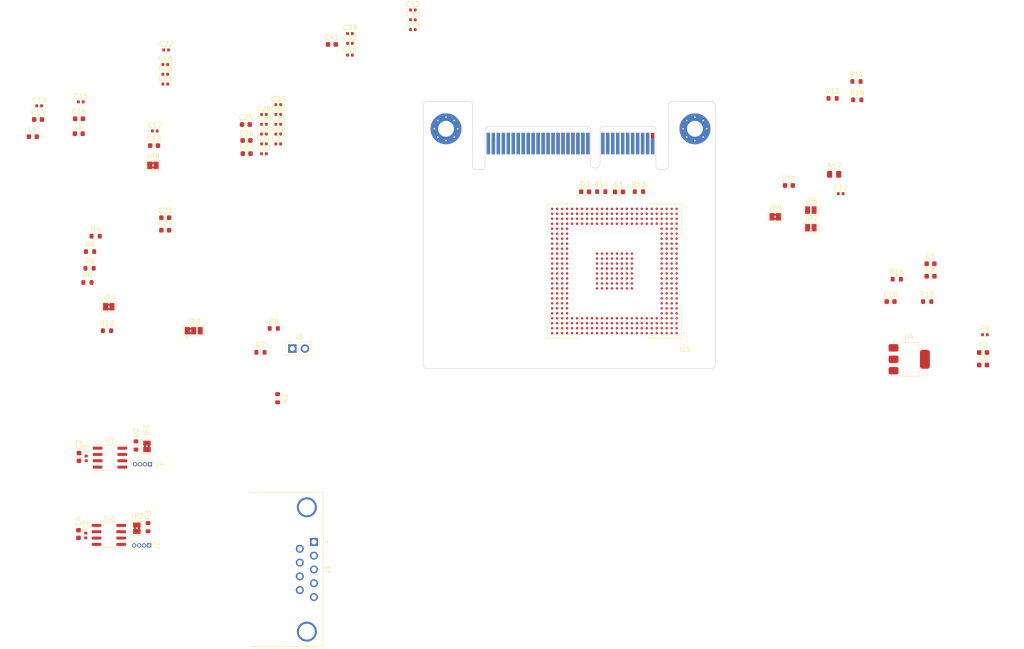
<source format=kicad_pcb>
(kicad_pcb (version 20240108) (generator "pcbnew") (generator_version "8.0")
  (layers (0 "F.Cu" signal) (31 "B.Cu" signal) (34 "B.Paste" user) (35 "F.Paste" user) (36 "B.SilkS" user "B.Silkscreen") (37 "F.SilkS" user "F.Silkscreen") (38 "B.Mask" user) (39 "F.Mask" user) (44 "Edge.Cuts" user))
  (net 0 "")
  (net 1 "GND")
  (net 2 "VCCIO")
  (net 3 "VCCINT")
  (net 4 "Net-(U4-ADJ{slash}GND)")
  (net 5 "Net-(C11-Pad2)")
  (net 6 "Net-(U3C-VDDA_A0)")
  (net 7 "Net-(U3C-VDDA_B0)")
  (net 8 "Net-(U3C-REF-BYPCB)")
  (net 9 "Net-(U3C-REF-BYPCB1)")
  (net 10 "Net-(U3C-REF-BYPCA1)")
  (net 11 "Net-(U3C-REF-BYPCA)")
  (net 12 "+5V")
  (net 13 "VCCINT_SHUNTLOW")
  (net 14 "Net-(D1-Pad1)")
  (net 15 "Net-(D2-Pad1)")
  (net 17 "Net-(U1-CANL)")
  (net 18 "Net-(U1-CANH)")
  (net 20 "Net-(J1-Pad0)")
  (net 25 "Net-(U2-CANH)")
  (net 26 "Net-(U2-CANL)")
  (net 28 "Net-(J3-Pad2)")
  (net 30 "Net-(JP1-Pad2)")
  (net 31 "Net-(JP2-Pad2)")
  (net 32 "Net-(U3E-PLLCFG2)")
  (net 33 "Net-(U3E-TEST)")
  (net 34 "/CW312T-Connector/FILT_HP")
  (net 35 "Net-(P1-FILTIN)")
  (net 36 "Net-(U3C-VSSFL)")
  (net 39 "/CW312T-Connector/TDI")
  (net 41 "/CW312T-Connector/LED1")
  (net 42 "/CW312T-Connector/TCK")
  (net 45 "/CW312T-Connector/nRST")
  (net 47 "/CW312T-Connector/BOOTCFG1")
  (net 48 "/CPU IO Bank 2/GPIO3")
  (net 49 "Net-(P1-GPIO1{slash}TX)")
  (net 51 "/CW312T-Connector/TDO")
  (net 53 "/CPU IO Bank 2/CS")
  (net 54 "Net-(P1-GPIO2{slash}RX)")
  (net 55 "/CW312T-Connector/EVTI")
  (net 56 "/CPU IO Bank 2/HDR6")
  (net 57 "/CPU IO Bank 2/GPIO4")
  (net 64 "/CPU IO Bank 2/MOSI")
  (net 65 "/CW312T-Connector/CLKIN")
  (net 67 "/CPU IO Bank 2/SCK")
  (net 71 "/CPU IO Bank 2/MISO")
  (net 72 "/CW312T-Connector/JCOMP")
  (net 77 "/CW312T-Connector/TMS")
  (net 78 "Net-(U3E-EXTAL)")
  (net 79 "Net-(U3E-ENGCLK)")
  (net 80 "/CPU IO Bank 2/UART_TX")
  (net 81 "/CPU IO Bank 2/LED_CLKOK")
  (net 82 "/CPU IO Bank 2/LED_BLOAD")
  (net 83 "/CPU IO Bank 2/UART_RX")
  (net 86 "/CPU IO Bank 2/CANATX")
  (net 87 "/CPU IO Bank 2/CANARX")
  (net 88 "/CPU IO Bank 2/CANBTX")
  (net 90 "/CPU IO Bank 2/CANBRX")
  (footprint "Jumper:SolderJumper-3_P1.3mm_Bridged2Bar12_Pad1.0x1.5mm" (layer "F.Cu") (at 41.35 92.5075)
    (property "Reference" "JP3")
    (property "Value" "~")
  )
  (footprint "Package_TO_SOT_SMD:SOT-223" (layer "F.Cu") (at 185.07 98.245)
    (property "Reference" "U4")
    (property "Value" "LD1117STR")
  )
  (footprint "Capacitor_SMD:C_0402_1005Metric" (layer "F.Cu") (at 72.725 32.76)
    (property "Reference" "C39")
    (property "Value" "CAP_100n_16V_0402")
  )
  (footprint "Connector_Dsub:DSUB-9_Male_Horizontal_P2.77x2.84mm_EdgePinOffset9.90mm_Housed_MountingHolesOffset11.32mm" (layer "F.Cu") (at 65.495 134.96 -90)
    (property "Reference" "J1")
    (property "Value" "DRB09P11G1R")
  )
  (footprint "Capacitor_SMD:C_0402_1005Metric" (layer "F.Cu") (at 72.725 34.73)
    (property "Reference" "C40")
    (property "Value" "CAP_100n_16V_0402")
  )
  (footprint "Resistor_SMD:R_0603_1608Metric" (layer "F.Cu") (at 32.175 132.005 -90)
    (property "Reference" "R3")
    (property "Value" "RES_120R_0603")
  )
  (footprint "Capacitor_SMD:C_0402_1005Metric" (layer "F.Cu") (at 85.37 28.03)
    (property "Reference" "C42")
    (property "Value" "CAP_DNM_0402")
  )
  (footprint "Jumper:SolderJumper-2_P1.3mm_Bridged2Bar_Pad1.0x1.5mm" (layer "F.Cu") (at 24.285 87.68)
    (property "Reference" "JP4")
    (property "Value" "~")
  )
  (footprint "Capacitor_SMD:C_0603_1608Metric" (layer "F.Cu") (at 189.35 79.04)
    (property "Reference" "C5")
    (property "Value" "CAP_2u2_10V_0603")
  )
  (footprint "Capacitor_SMD:C_0402_1005Metric" (layer "F.Cu") (at 33.52 52.35)
    (property "Reference" "C17")
    (property "Value" "CAP_100n_16V_0402")
  )
  (footprint "Capacitor_SMD:C_0603_1608Metric" (layer "F.Cu") (at 69.1 34.95)
    (property "Reference" "C41")
    (property "Value" "CAP_2u2_10V_0603")
  )
  (footprint "Capacitor_SMD:C_0603_1608Metric" (layer "F.Cu") (at 199.9 96.89)
    (property "Reference" "C7")
    (property "Value" "CAP_2u2_10V_0603")
  )
  (footprint "Capacitor_SMD:C_0603_1608Metric" (layer "F.Cu") (at 181.325 86.65)
    (property "Reference" "C10")
    (property "Value" "CAP_2u2_10V_0603")
  )
  (footprint "Resistor_SMD:R_0603_1608Metric" (layer "F.Cu") (at 23.925 92.5)
    (property "Reference" "R10")
    (property "Value" "RES_10k_0603")
  )
  (footprint "Capacitor_SMD:C_0402_1005Metric" (layer "F.Cu") (at 58.32 49.04)
    (property "Reference" "C34")
    (property "Value" "CAP_100n_16V_0402")
  )
  (footprint "Capacitor_SMD:C_0402_1005Metric" (layer "F.Cu") (at 35.63 40.95)
    (property "Reference" "C20")
    (property "Value" "CAP_100n_16V_0402")
  )
  (footprint "Capacitor_SMD:C_0402_1005Metric" (layer "F.Cu") (at 35.81 36.07)
    (property "Reference" "C22")
    (property "Value" "CAP_100n_16V_0402")
  )
  (footprint "Capacitor_SMD:C_0402_1005Metric" (layer "F.Cu") (at 35.63 42.92)
    (property "Reference" "C21")
    (property "Value" "CAP_100n_16V_0402")
  )
  (footprint "Capacitor_SMD:C_0603_1608Metric" (layer "F.Cu") (at 33.375 55.3)
    (property "Reference" "C18")
    (property "Value" "CAP_2u2_10V_0603")
  )
  (footprint "Capacitor_SMD:C_0402_1005Metric" (layer "F.Cu") (at 58.32 54.95)
    (property "Reference" "C37")
    (property "Value" "CAP_100n_16V_0402")
  )
  (footprint "Capacitor_SMD:C_0603_1608Metric" (layer "F.Cu") (at 199.9 99.4)
    (property "Reference" "C8")
    (property "Value" "CAP_2u2_10V_0603")
  )
  (footprint "LED_SMD:LED_0603_1608Metric" (layer "F.Cu") (at 119.965 64.57)
    (property "Reference" "D2")
    (property "Value" "APT1608SRCPRV")
  )
  (footprint "Capacitor_SMD:C_0603_1608Metric" (layer "F.Cu") (at 51.825 51.05)
    (property "Reference" "C25")
    (property "Value" "CAP_2u2_10V_0603")
  )
  (footprint "Resistor_SMD:R_0603_1608Metric" (layer "F.Cu") (at 174.475 42.4)
    (property "Reference" "R11")
    (property "Value" "RES_10k_0603")
  )
  (footprint "Capacitor_SMD:C_0402_1005Metric" (layer "F.Cu") (at 58.32 52.98)
    (property "Reference" "C36")
    (property "Value" "CAP_100n_16V_0402")
  )
  (footprint "Jumper:SolderJumper-2_P1.3mm_Bridged2Bar_Pad1.0x1.5mm" (layer "F.Cu") (at 29.925 132.205001 90)
    (property "Reference" "JP2")
    (property "Value" "~")
  )
  (footprint "Capacitor_SMD:C_0402_1005Metric" (layer "F.Cu") (at 55.45 56.92)
    (property "Reference" "C32")
    (property "Value" "CAP_100n_16V_0402")
  )
  (footprint "Inductor_SMD:L_0603_1608Metric" (layer "F.Cu") (at 9.025 53.5)
    (property "Reference" "L1")
    (property "Value" "IND_1K_0603")
  )
  (footprint "Jumper:SolderJumper-2_P1.3mm_Bridged2Bar_Pad1.0x1.5mm" (layer "F.Cu") (at 158.15 69.6)
    (property "Reference" "JP5")
    (property "Value" "~")
  )
  (footprint "Inductor_SMD:L_0603_1608Metric" (layer "F.Cu") (at 18.25 52.9)
    (property "Reference" "L2")
    (property "Value" "IND_1K_0603")
  )
  (footprint "Capacitor_SMD:C_0603_1608Metric" (layer "F.Cu") (at 18.2 133.374999 -90)
    (property "Reference" "C4")
    (property "Value" "CAP_2u2_10V_0603")
  )
  (footprint "Resistor_SMD:R_0603_1608Metric" (layer "F.Cu") (at 169.675 45.8)
    (property "Reference" "R12")
    (property "Value" "RES_10k_0603")
  )
  (footprint "Capacitor_SMD:C_0603_1608Metric" (layer "F.Cu") (at 51.975 56.9)
    (property "Reference" "C27")
    (property "Value" "CAP_2u2_10V_0603")
  )
  (footprint "Capacitor_SMD:C_0603_1608Metric" (layer "F.Cu") (at 18.299999 117.875 -90)
    (property "Reference" "C2")
    (property "Value" "CAP_2u2_10V_0603")
  )
  (footprint "Capacitor_SMD:C_0603_1608Metric" (layer "F.Cu") (at 10.0875 50.05)
    (property "Reference" "C14")
    (property "Value" "CAP_2u2_10V_0603")
  )
  (footprint "Resistor_SMD:R_0603_1608Metric" (layer "F.Cu") (at 54.75 96.85)
    (property "Reference" "R7")
    (property "Value" "RES_22R_0603")
  )
  (footprint "Resistor_SMD:R_0603_1608Metric" (layer "F.Cu") (at 29.749999 115.575 -90)
    (property "Reference" "R2")
    (property "Value" "RES_120R_0603")
  )
  (footprint "Capacitor_SMD:C_0603_1608Metric" (layer "F.Cu") (at 35.625 72.3)
    (property "Reference" "C24")
    (property "Value" "CAP_2u2_10V_0603")
  )
  (footprint "Capacitor_SMD:C_0402_1005Metric" (layer "F.Cu") (at 55.45 51.01)
    (property "Reference" "C29")
    (property "Value" "CAP_100n_16V_0402")
  )
  (footprint "Capacitor_SMD:C_0402_1005Metric" (layer "F.Cu") (at 171.3 64.95)
    (property "Reference" "C12")
    (property "Value" "CAP_100n_16V_0402")
  )
  (footprint "Resistor_SMD:R_0603_1608Metric" (layer "F.Cu") (at 174.625 46.1)
    (property "Reference" "R18")
    (property "Value" "RES_10k_0603")
  )
  (footprint "Capacitor_SMD:C_0402_1005Metric" (layer "F.Cu") (at 55.45 52.98)
    (property "Reference" "C30")
    (property "Value" "CAP_100n_16V_0402")
  )
  (footprint "Jumper:SolderJumper-2_P1.3mm_Bridged2Bar_Pad1.0x1.5mm" (layer "F.Cu") (at 33.15 59.25)
    (property "Reference" "JP8")
    (property "Value" "~")
  )
  (footprint "Resistor_SMD:R_0603_1608Metric" (layer "F.Cu") (at 20.425 79.95)
    (property "Reference" "R5")
    (property "Value" "RES_10k_0603")
  )
  (footprint "Resistor_SMD:R_0603_1608Metric" (layer "F.Cu") (at 57.425 92.05)
    (property "Reference" "R8")
    (property "Value" "RES_22R_0603")
  )
  (footprint "Capacitor_SMD:C_0402_1005Metric" (layer "F.Cu") (at 19.749999 118.17 -90)
    (property "Reference" "C1")
    (property "Value" "CAP_100n_16V_0402")
  )
  (footprint "Package_SO:SOIC-8_3.9x4.9mm_P1.27mm" (layer "F.Cu") (at 24.524999 118.015)
    (property "Reference" "U1")
    (property "Value" "SN65HVD232DR")
  )
  (footprint "Package_SO:SOIC-8_3.9x4.9mm_P1.27mm" (layer "F.Cu") (at 24.3 133.55)
    (property "Reference" "U2")
    (property "Value" "SN65HVD232DR")
  )
  (footprint "Jumper:SolderJumper-2_P1.3mm_Open_Pad1.0x1.5mm" (layer "F.Cu") (at 165.3 71.8)
    (property "Reference" "JP7")
    (property "Value" "~")
  )
  (footprint "LED_SMD:LED_0603_1608Metric" (layer "F.Cu") (at 126.765 64.59)
    (property "Reference" "D1")
    (property "Value" "APT1608SRCPRV")
  )
  (footprint "Resistor_SMD:R_0603_1608Metric" (layer "F.Cu") (at 21.65 73.5)
    (property "Reference" "R4")
    (property "Value" "RES_10k_0603")
  )
  (footprint "tutorial_2_library:CW312_Template" (layer "F.Cu") (at 92.025 51.915)
    (property "Reference" "P1" (hide yes))
    (property "Value" "PCIEx4 EDGE CONNECTOR")
    (fp_line (start -4.57 -4.69) (end -4.57 47.4) (stroke (width 0.1)) (layer "Edge.Cuts"))
    (fp_line (start 4.55 -5.49) (end -3.77 -5.49) (stroke (width 0.1)) (layer "Edge.Cuts"))
    (fp_line (start 5.35 7.4) (end 5.35 -4.69) (stroke (width 0.1)) (layer "Edge.Cuts"))
    (fp_line (start 7.05 8.2) (end 6.15 8.2) (stroke (width 0.1)) (layer "Edge.Cuts"))
    (fp_line (start 7.85 0) (end 8.35 -0.5) (stroke (width 0.1)) (layer "Edge.Cuts"))
    (fp_line (start 7.85 7.4) (end 7.85 0) (stroke (width 0.1)) (layer "Edge.Cuts"))
    (fp_line (start 28.55 -0.5) (end 8.35 -0.5) (stroke (width 0.1)) (layer "Edge.Cuts"))
    (fp_line (start 29.05 0) (end 28.55 -0.5) (stroke (width 0.1)) (layer "Edge.Cuts"))
    (fp_line (start 29.05 6.95) (end 29.05 0) (stroke (width 0.1)) (layer "Edge.Cuts"))
    (fp_line (start 30.95 0) (end 31.45 -0.5) (stroke (width 0.1)) (layer "Edge.Cuts"))
    (fp_line (start 30.95 6.95) (end 30.95 0) (stroke (width 0.1)) (layer "Edge.Cuts"))
    (fp_line (start 41.65 -0.5) (end 31.45 -0.5) (stroke (width 0.1)) (layer "Edge.Cuts"))
    (fp_line (start 42.15 0) (end 41.65 -0.5) (stroke (width 0.1)) (layer "Edge.Cuts"))
    (fp_line (start 42.15 7.41) (end 42.15 0) (stroke (width 0.1)) (layer "Edge.Cuts"))
    (fp_line (start 42.95 8.21) (end 43.86 8.21) (stroke (width 0.1)) (layer "Edge.Cuts"))
    (fp_line (start 44.66 7.41) (end 44.66 -4.69) (stroke (width 0.1)) (layer "Edge.Cuts"))
    (fp_line (start 45.46 -5.49) (end 53.31 -5.49) (stroke (width 0.1)) (layer "Edge.Cuts"))
    (fp_line (start 53.31 48.2) (end -3.77 48.2) (stroke (width 0.1)) (layer "Edge.Cuts"))
    (fp_line (start 54.11 -4.69) (end 54.11 47.4) (stroke (width 0.1)) (layer "Edge.Cuts"))
    (fp_arc (start -4.57 -4.69) (mid -4.335685 -5.255685) (end -3.77 -5.49) (stroke (width 0.1)) (layer "Edge.Cuts"))
    (fp_arc (start -3.77 48.2) (mid -4.335685 47.965685) (end -4.57 47.4) (stroke (width 0.1)) (layer "Edge.Cuts"))
    (fp_arc (start 4.55 -5.49) (mid 5.115685 -5.255685) (end 5.35 -4.69) (stroke (width 0.1)) (layer "Edge.Cuts"))
    (fp_arc (start 6.15 8.2) (mid 5.584315 7.965685) (end 5.35 7.4) (stroke (width 0.1)) (layer "Edge.Cuts"))
    (fp_arc (start 7.85 7.4) (mid 7.615685 7.965685) (end 7.05 8.2) (stroke (width 0.1)) (layer "Edge.Cuts"))
    (fp_arc (start 30.95 6.95) (mid 30 7.9) (end 29.05 6.95) (stroke (width 0.1)) (layer "Edge.Cuts"))
    (fp_arc (start 42.95 8.21) (mid 42.384315 7.975685) (end 42.15 7.41) (stroke (width 0.1)) (layer "Edge.Cuts"))
    (fp_arc (start 44.66 -4.69) (mid 44.894315 -5.255685) (end 45.46 -5.49) (stroke (width 0.1)) (layer "Edge.Cuts"))
    (fp_arc (start 44.66 7.41) (mid 44.425685 7.975685) (end 43.86 8.21) (stroke (width 0.1)) (layer "Edge.Cuts"))
    (fp_arc (start 53.31 -5.49) (mid 53.875685 -5.255685) (end 54.11 -4.69) (stroke (width 0.1)) (layer "Edge.Cuts"))
    (fp_arc (start 54.11 47.4) (mid 53.875685 47.965685) (end 53.31 48.2) (stroke (width 0.1)) (layer "Edge.Cuts"))
  )
  (footprint "Resistor_SMD:R_0603_1608Metric" (layer "F.Cu") (at 20.525 76.6)
    (property "Reference" "R9")
    (property "Value" "RES_10k_0603")
  )
  (footprint "Resistor_SMD:R_0603_1608Metric" (layer "F.Cu") (at 58.2 106.075 -90)
    (property "Reference" "R1")
    (property "Value" "RES_10R_0603")
  )
  (footprint "Capacitor_SMD:C_0402_1005Metric" (layer "F.Cu") (at 10.2975 47.29)
    (property "Reference" "C13")
    (property "Value" "CAP_100n_16V_0402")
  )
  (footprint "Capacitor_SMD:C_0603_1608Metric" (layer "F.Cu") (at 18.3125 49.9)
    (property "Reference" "C16")
    (property "Value" "CAP_2u2_10V_0603")
  )
  (footprint "Capacitor_SMD:C_0402_1005Metric" (layer "F.Cu") (at 85.37 30)
    (property "Reference" "C43")
    (property "Value" "CAP_DNM_0402")
  )
  (footprint "Resistor_SMD:R_0603_1608Metric" (layer "F.Cu") (at 130.775 64.55)
    (property "Reference" "R13")
    (property "Value" "RES_1k_0603")
  )
  (footprint "Resistor_SMD:R_0603_1608Metric" (layer "F.Cu") (at 20 82.8)
    (property "Reference" "R6")
    (property "Value" "RES_10k_0603")
  )
  (footprint "Resistor_SMD:R_0603_1608Metric" (layer "F.Cu") (at 182.575 82.15)
    (property "Reference" "R16")
    (property "Value" "RES_22R_0603")
  )
  (footprint "Capacitor_SMD:C_0402_1005Metric" (layer "F.Cu") (at 58.32 51.01)
    (property "Reference" "C35")
    (property "Value" "CAP_100n_16V_0402")
  )
  (footprint "Connector_PinHeader_2.54mm:PinHeader_2x01_P2.54mm_Vertical" (layer "F.Cu") (at 61.16 96.1)
    (property "Reference" "J3")
    (property "Value" "2Pin_Header_2.54")
  )
  (footprint "Jumper:SolderJumper-2_P1.3mm_Open_Pad1.0x1.5mm" (layer "F.Cu") (at 165.3 68.25)
    (property "Reference" "JP6")
    (property "Value" "~")
  )
  (footprint "Capacitor_SMD:C_0402_1005Metric" (layer "F.Cu") (at 55.45 49.04)
    (property "Reference" "C28")
    (property "Value" "CAP_100n_16V_0402")
  )
  (footprint "Resistor_SMD:R_0603_1608Metric" (layer "F.Cu") (at 188.675 86.65)
    (property "Reference" "R15")
    (property "Value" "RES_470R_0603")
  )
  (footprint "Capacitor_SMD:C_0402_1005Metric" (layer "F.Cu") (at 58.32 47.07)
    (property "Reference" "C33")
    (property "Value" "CAP_100n_16V_0402")
  )
  (footprint "Capacitor_SMD:C_0402_1005Metric" (layer "F.Cu") (at 72.72 37.1)
    (property "Reference" "C38")
    (property "Value" "CAP_100n_16V_0402")
  )
  (footprint "Capacitor_SMD:C_0402_1005Metric" (layer "F.Cu") (at 35.63 38.98)
    (property "Reference" "C19")
    (property "Value" "CAP_100n_16V_0402")
  )
  (footprint "Capacitor_SMD:C_0603_1608Metric" (layer "F.Cu") (at 189.35 81.55)
    (property "Reference" "C6")
    (property "Value" "CAP_2u2_10V_0603")
  )
  (footprint "Capacitor_SMD:C_0402_1005Metric" (layer "F.Cu") (at 18.6675 46.5)
    (property "Reference" "C15")
    (property "Value" "CAP_100n_16V_0402")
  )
  (footprint "Capacitor_SMD:C_0603_1608Metric" (layer "F.Cu") (at 160.9 63.3)
    (property "Reference" "C11")
    (property "Value" "CAP_2u2_10V_0603")
  )
  (footprint "Jumper:SolderJumper-2_P1.3mm_Bridged2Bar_Pad1.0x1.5mm" (layer "F.Cu") (at 31.949999 115.750001 90)
    (property "Reference" "JP1")
    (property "Value" "~")
  )
  (footprint "Capacitor_SMD:C_0402_1005Metric" (layer "F.Cu") (at 200.27 93.3)
    (property "Reference" "C9")
    (property "Value" "CAP_100n_16V_0402")
  )
  (footprint "Capacitor_SMD:C_0603_1608Metric" (layer "F.Cu") (at 51.95 54.26)
    (property "Reference" "C26")
    (property "Value" "CAP_2u2_10V_0603")
  )
  (footprint "Capacitor_SMD:C_0402_1005Metric" (layer "F.Cu") (at 85.37 31.97)
    (property "Reference" "C44")
    (property "Value" "CAP_DNM_0402")
  )
  (footprint "Capacitor_SMD:C_0402_1005Metric" (layer "F.Cu") (at 55.45 54.95)
    (property "Reference" "C31")
    (property "Value" "CAP_100n_16V_0402")
  )
  (footprint "Resistor_SMD:R_0603_1608Metric" (layer "F.Cu") (at 123.2 64.55)
    (property "Reference" "R14")
    (property "Value" "RES_1k_0603")
  )
  (footprint "Connector_PinHeader_1.00mm:PinHeader_1x04_P1.00mm_Vertical" (layer "F.Cu") (at 32.375 135.655 -90)
    (property "Reference" "J2")
    (property "Value" "HDR_4_2.54")
  )
  (footprint "Connector_PinHeader_1.00mm:PinHeader_1x04_P1.00mm_Vertical" (layer "F.Cu") (at 32.55 119.35 -90)
    (property "Reference" "J4")
    (property "Value" "HDR_4_2.54")
  )
  (footprint "Capacitor_SMD:C_0603_1608Metric" (layer "F.Cu") (at 35.625 69.79)
    (property "Reference" "C23")
    (property "Value" "CAP_2u2_10V_0603")
  )
  (footprint "tutorial_2_library:BGA416C100P26X26_2700X2700X255N" (layer "F.Cu") (at 125.85 80.5 180)
    (property "Reference" "U3")
    (property "Value" "SPC5676RDK3MVU1R")
  )
  (footprint "Resistor_SMD:R_0805_2012Metric" (layer "F.Cu") (at 169.9875 61.05)
    (property "Reference" "R17")
    (property "Value" "RES_1R_0805")
  )
  (footprint "Capacitor_SMD:C_0402_1005Metric" (layer "F.Cu") (at 19.65 133.67 -90)
    (property "Reference" "C3")
    (property "Value" "CAP_100n_16V_0402")
  )
)
</source>
